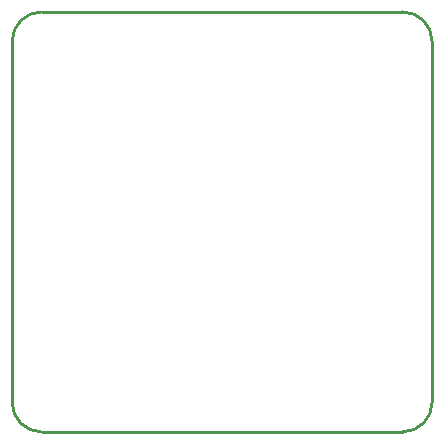
<source format=gko>
G04 Layer: BoardOutlineLayer*
G04 Panelize: , Column: 3, Row: 3, Board Size: 35.56mm x 35.56mm, Panelized Board Size: 110.68mm x 110.68mm*
G04 EasyEDA v6.5.39, 2024-01-10 02:32:58*
G04 c879e6b8726d4e35908b0b4345eef0b3,3d9c8b04885e45b7839bd8e85c0fd600,10*
G04 Gerber Generator version 0.2*
G04 Scale: 100 percent, Rotated: No, Reflected: No *
G04 Dimensions in millimeters *
G04 leading zeros omitted , absolute positions ,4 integer and 5 decimal *
%FSLAX45Y45*%
%MOMM*%

%ADD10C,0.2540*%
D10*
X-1778000Y-1528000D02*
G01*
X-1778000Y1528000D01*
X-1528000Y1778000D02*
G01*
X1528000Y1778000D01*
X1778000Y1528000D02*
G01*
X1778000Y-1528000D01*
X1528000Y-1778000D02*
G01*
X-1528000Y-1778000D01*
G75*
G01*
X-1778000Y1528000D02*
G02*
X-1528000Y1778000I250000J0D01*
G75*
G01*
X-1528000Y-1778000D02*
G02*
X-1778000Y-1528000I0J250000D01*
G75*
G01*
X1778000Y-1528000D02*
G02*
X1528000Y-1778000I-250000J0D01*
G75*
G01*
X1528000Y1778000D02*
G02*
X1778000Y1528000I0J-250000D01*

%LPD*%
M02*

</source>
